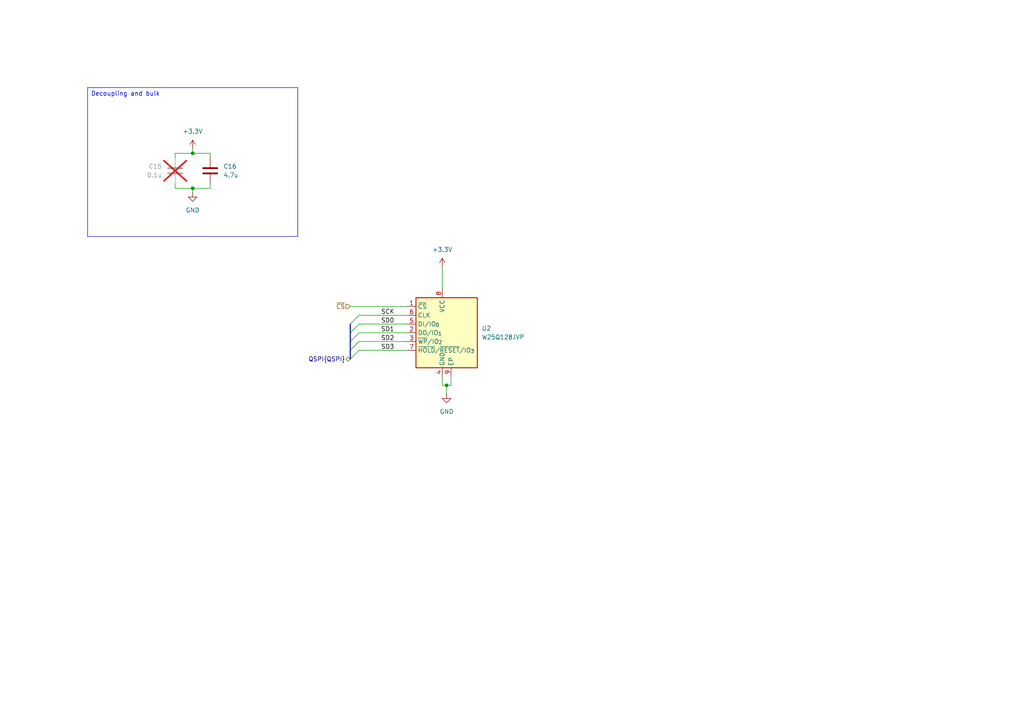
<source format=kicad_sch>
(kicad_sch (version 20250114) (generator "eeschema") (generator_version "9.0")
  (paper "A4")
  (lib_symbols
    (symbol "Device:C" (pin_numbers (hide yes)) (pin_names (offset 0.254))
      (property "Reference" "C" (at 0.635 2.54 0))
      (property "Value" "C" (at 0.635 -2.54 0))
      (symbol "C_0_1"
        (polyline (pts (xy -2.032 0.762) (xy 2.032 0.762)) (stroke (width 0.508)))
        (polyline (pts (xy -2.032 -0.762) (xy 2.032 -0.762)) (stroke (width 0.508)))
      )
      (symbol "C_1_1"
        (pin passive line (at 0 3.81 270) (length 2.794) (name "~") (number "1"))
        (pin passive line (at 0 -3.81 90) (length 2.794) (name "~") (number "2"))
      )
    )
    (symbol "Memory_Flash:W25Q128JVP"
      (property "Reference" "U" (at -6.35 11.43 0))
      (property "Value" "W25Q128JVP" (at 7.62 11.43 0))
      (symbol "W25Q128JVP_0_1"
        (rectangle (start -7.62 10.16) (end 10.16 -10.16) (stroke (width 0.254)) (fill (type background)))
      )
      (symbol "W25Q128JVP_1_1"
        (pin input line (at -10.16 7.62 0) (length 2.54) (name "~{CS}") (number "1"))
        (pin input line (at -10.16 5.08 0) (length 2.54) (name "CLK") (number "6"))
        (pin bidirectional line (at -10.16 2.54 0) (length 2.54) (name "DI/IO_{0}") (number "5"))
        (pin bidirectional line (at -10.16 0 0) (length 2.54) (name "DO/IO_{1}") (number "2"))
        (pin bidirectional line (at -10.16 -2.54 0) (length 2.54) (name "~{WP}/IO_{2}") (number "3"))
        (pin bidirectional line (at -10.16 -5.08 0) (length 2.54) (name "~{HOLD}/~{RESET}/IO_{3}") (number "7"))
        (pin power_in line (at 0 12.7 270) (length 2.54) (name "VCC") (number "8"))
        (pin power_in line (at 0 -12.7 90) (length 2.54) (name "GND") (number "4"))
        (pin passive line (at 2.54 -12.7 90) (length 2.54) (name "EP") (number "9"))
      )
    )
    (symbol "power:+3.3V" (power) (pin_numbers (hide yes)) (pin_names (offset 0) (hide yes))
      (property "Value" "+3.3V" (at 0 3.556 0))
      (symbol "+3.3V_0_1"
        (polyline (pts (xy -0.762 1.27) (xy 0 2.54)))
        (polyline (pts (xy 0 2.54) (xy 0.762 1.27)))
        (polyline (pts (xy 0 0) (xy 0 2.54)))
      )
      (symbol "+3.3V_1_1"
        (pin power_in line (at 0 0 90) (length 0) (name "~") (number "1"))
      )
    )
    (symbol "power:GND" (power) (pin_numbers (hide yes)) (pin_names (offset 0) (hide yes))
      (property "Value" "GND" (at 0 -3.81 0))
      (symbol "GND_0_1"
        (polyline (pts (xy 0 0) (xy 0 -1.27) (xy 1.27 -1.27) (xy 0 -2.54) (xy -1.27 -1.27) (xy 0 -1.27)))
      )
      (symbol "GND_1_1"
        (pin power_in line (at 0 0 270) (length 0) (name "~") (number "1"))
      )
    )
  )
  (text_box "Decoupling and bulk" (at 25.4 25.4 0) (size 60.96 43.18) (margins 0.9525 0.9525 0.9525 0.9525) (effects (font (size 1.27 1.27)) (justify left top)))
  (junction (at 129.54 111.76))
  (junction (at 55.88 54.61))
  (junction (at 55.88 44.45))
  (bus_entry (at 101.6 104.14) (size 2.54 -2.54))
  (bus_entry (at 101.6 99.06) (size 2.54 -2.54))
  (bus_entry (at 101.6 101.6) (size 2.54 -2.54))
  (bus_entry (at 101.6 96.52) (size 2.54 -2.54))
  (bus_entry (at 101.6 93.98) (size 2.54 -2.54))
  (bus (pts (xy 101.6 104.14) (xy 101.6 101.6)))
  (wire (pts (xy 130.81 111.76) (xy 129.54 111.76)))
  (wire (pts (xy 128.27 109.22) (xy 128.27 111.76)))
  (wire (pts (xy 130.81 109.22) (xy 130.81 111.76)))
  (wire (pts (xy 60.96 45.72) (xy 60.96 44.45)))
  (bus (pts (xy 101.6 99.06) (xy 101.6 96.52)))
  (wire (pts (xy 104.14 91.44) (xy 118.11 91.44)))
  (wire (pts (xy 50.8 45.72) (xy 50.8 44.45)))
  (bus (pts (xy 101.6 96.52) (xy 101.6 93.98)))
  (wire (pts (xy 60.96 54.61) (xy 55.88 54.61)))
  (wire (pts (xy 101.6 88.9) (xy 118.11 88.9)))
  (wire (pts (xy 128.27 111.76) (xy 129.54 111.76)))
  (wire (pts (xy 55.88 44.45) (xy 55.88 43.18)))
  (wire (pts (xy 50.8 53.34) (xy 50.8 54.61)))
  (wire (pts (xy 50.8 54.61) (xy 55.88 54.61)))
  (wire (pts (xy 104.14 96.52) (xy 118.11 96.52)))
  (wire (pts (xy 129.54 111.76) (xy 129.54 114.3)))
  (bus (pts (xy 101.6 101.6) (xy 101.6 99.06)))
  (wire (pts (xy 104.14 93.98) (xy 118.11 93.98)))
  (wire (pts (xy 104.14 99.06) (xy 118.11 99.06)))
  (wire (pts (xy 60.96 44.45) (xy 55.88 44.45)))
  (wire (pts (xy 128.27 77.47) (xy 128.27 83.82)))
  (wire (pts (xy 60.96 53.34) (xy 60.96 54.61)))
  (wire (pts (xy 50.8 44.45) (xy 55.88 44.45)))
  (wire (pts (xy 55.88 54.61) (xy 55.88 55.88)))
  (wire (pts (xy 104.14 101.6) (xy 118.11 101.6)))
  (label "SD3" (at 110.49 101.6 0))
  (label "SD0" (at 110.49 93.98 0))
  (label "SCK" (at 110.49 91.44 0))
  (label "SD2" (at 110.49 99.06 0))
  (label "SD1" (at 110.49 96.52 0))
  (hierarchical_label "QSPI{QSPI}" (shape bidirectional) (at 101.6 104.14 180))
  (hierarchical_label "~{CS}" (shape input) (at 101.6 88.9 180))
  (symbol (lib_id "Device:C") (at 60.96 49.53 0) (unit 1)
    (property "Reference" "C16" (at 64.77 48.2599 0) (effects (justify left)))
    (property "Value" "4.7u" (at 64.77 50.7999 0) (effects (justify left)))
    (property "Footprint" "Capacitor_SMD:C_0402_1005Metric" (effects (hide yes)))
    (property "Description" "Unpolarized capacitor" (effects (hide yes)))
  )
  (symbol (lib_id "power:GND") (at 55.88 55.88 0) (unit 1)
    (property "Reference" "#PWR027" (effects (hide yes)))
    (property "Value" "GND" (at 55.88 60.96 0))
    (property "Description" "Power symbol creates a global label with name \"GND\" , ground" (effects (hide yes)))
  )
  (symbol (lib_id "power:+3.3V") (at 128.27 77.47 0) (unit 1)
    (property "Reference" "#PWR028" (effects (hide yes)))
    (property "Value" "+3.3V" (at 128.27 72.39 0))
    (property "Description" "Power symbol creates a global label with name \"+3.3V\"" (effects (hide yes)))
  )
  (symbol (lib_id "power:+3.3V") (at 55.88 43.18 0) (unit 1)
    (property "Reference" "#PWR026" (effects (hide yes)))
    (property "Value" "+3.3V" (at 55.88 38.1 0))
    (property "Description" "Power symbol creates a global label with name \"+3.3V\"" (effects (hide yes)))
  )
  (symbol (lib_id "Memory_Flash:W25Q128JVP") (at 128.27 96.52 0) (unit 1)
    (property "Reference" "U2" (at 139.7 95.2499 0) (effects (justify left)))
    (property "Value" "W25Q128JVP" (at 139.7 97.7899 0) (effects (justify left)))
    (property "Footprint" "Package_SON:WSON-8-1EP_6x5mm_P1.27mm_EP3.4x4.3mm" (effects (hide yes)))
    (property "Datasheet" "https://www.winbond.com/resource-files/w25q128jv_dtr%20revc%2003272018%20plus.pdf" (effects (hide yes)))
    (property "Description" "128Mbit / 16MiB Serial Flash Memory, Standard/Dual/Quad SPI, 2.7-3.6V, WSON-8" (effects (hide yes)))
  )
  (symbol (lib_id "power:GND") (at 129.54 114.3 0) (unit 1)
    (property "Reference" "#PWR029" (effects (hide yes)))
    (property "Value" "GND" (at 129.54 119.38 0))
    (property "Description" "Power symbol creates a global label with name \"GND\" , ground" (effects (hide yes)))
  )
  (symbol (lib_id "Device:C") (at 50.8 49.53 0) (unit 1) (dnp yes)
    (property "Reference" "C15" (at 46.99 48.2599 0) (effects (justify right)))
    (property "Value" "0.1u" (at 46.99 50.7999 0) (effects (justify right)))
    (property "Footprint" "Capacitor_SMD:C_0402_1005Metric" (effects (hide yes)))
    (property "Description" "Unpolarized capacitor" (effects (hide yes)))
  )
)
</source>
